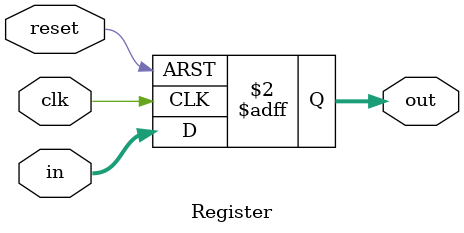
<source format=v>
module Register #(parameter WIDTH = 16) (
    input wire [WIDTH-1:0] in,
    input wire clk,
    input wire reset,
    output reg [WIDTH-1:0] out
);

    always @(posedge clk or posedge reset) begin
        if (reset)
            out <= 0;
        else
            out <= in;
    end

endmodule


</source>
